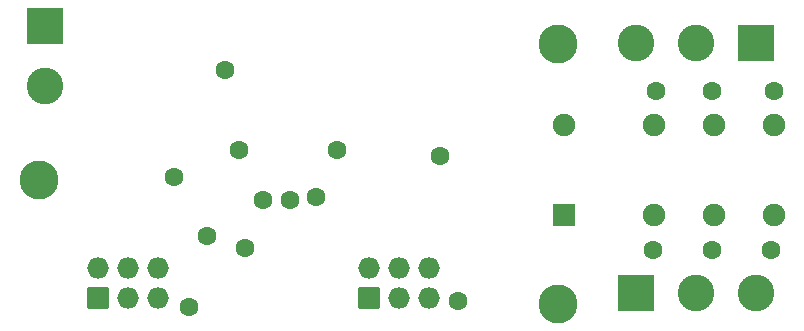
<source format=gbs>
G04 #@! TF.GenerationSoftware,KiCad,Pcbnew,6.0.9-8da3e8f707~116~ubuntu20.04.1*
G04 #@! TF.CreationDate,2023-05-05T17:22:20+00:00*
G04 #@! TF.ProjectId,LEC009002,4c454330-3039-4303-9032-2e6b69636164,rev?*
G04 #@! TF.SameCoordinates,Original*
G04 #@! TF.FileFunction,Soldermask,Bot*
G04 #@! TF.FilePolarity,Negative*
%FSLAX46Y46*%
G04 Gerber Fmt 4.6, Leading zero omitted, Abs format (unit mm)*
G04 Created by KiCad (PCBNEW 6.0.9-8da3e8f707~116~ubuntu20.04.1) date 2023-05-05 17:22:20*
%MOMM*%
%LPD*%
G01*
G04 APERTURE LIST*
G04 Aperture macros list*
%AMRoundRect*
0 Rectangle with rounded corners*
0 $1 Rounding radius*
0 $2 $3 $4 $5 $6 $7 $8 $9 X,Y pos of 4 corners*
0 Add a 4 corners polygon primitive as box body*
4,1,4,$2,$3,$4,$5,$6,$7,$8,$9,$2,$3,0*
0 Add four circle primitives for the rounded corners*
1,1,$1+$1,$2,$3*
1,1,$1+$1,$4,$5*
1,1,$1+$1,$6,$7*
1,1,$1+$1,$8,$9*
0 Add four rect primitives between the rounded corners*
20,1,$1+$1,$2,$3,$4,$5,0*
20,1,$1+$1,$4,$5,$6,$7,0*
20,1,$1+$1,$6,$7,$8,$9,0*
20,1,$1+$1,$8,$9,$2,$3,0*%
G04 Aperture macros list end*
%ADD10C,3.300000*%
%ADD11RoundRect,0.050000X-1.500000X1.500000X-1.500000X-1.500000X1.500000X-1.500000X1.500000X1.500000X0*%
%ADD12C,3.100000*%
%ADD13RoundRect,0.050000X1.500000X1.500000X-1.500000X1.500000X-1.500000X-1.500000X1.500000X-1.500000X0*%
%ADD14C,1.900000*%
%ADD15RoundRect,0.050000X0.900000X-0.900000X0.900000X0.900000X-0.900000X0.900000X-0.900000X-0.900000X0*%
%ADD16RoundRect,0.050000X0.863600X-0.863600X0.863600X0.863600X-0.863600X0.863600X-0.863600X-0.863600X0*%
%ADD17O,1.827200X1.827200*%
%ADD18RoundRect,0.050000X-1.500000X-1.500000X1.500000X-1.500000X1.500000X1.500000X-1.500000X1.500000X0*%
%ADD19C,1.600000*%
G04 APERTURE END LIST*
D10*
G04 #@! TO.C,H1*
X95000000Y-25500000D03*
G04 #@! TD*
G04 #@! TO.C,H2*
X95000000Y-47500000D03*
G04 #@! TD*
G04 #@! TO.C,H3*
X51000000Y-37000000D03*
G04 #@! TD*
D11*
G04 #@! TO.C,J1*
X51500000Y-24000000D03*
D12*
X51500000Y-29080000D03*
G04 #@! TD*
D13*
G04 #@! TO.C,J3*
X111760000Y-25400000D03*
D12*
X106680000Y-25400000D03*
X101600000Y-25400000D03*
G04 #@! TD*
D14*
G04 #@! TO.C,K1*
X95500000Y-32380000D03*
X103120000Y-32380000D03*
X108200000Y-32380000D03*
X113280000Y-32380000D03*
X113280000Y-40000000D03*
X108200000Y-40000000D03*
X103120000Y-40000000D03*
D15*
X95500000Y-40000000D03*
G04 #@! TD*
D16*
G04 #@! TO.C,J6*
X56000000Y-47000000D03*
D17*
X56000000Y-44460000D03*
X58540000Y-47000000D03*
X58540000Y-44460000D03*
X61080000Y-47000000D03*
X61080000Y-44460000D03*
G04 #@! TD*
D16*
G04 #@! TO.C,J5*
X79000000Y-47000000D03*
D17*
X79000000Y-44460000D03*
X81540000Y-47000000D03*
X81540000Y-44460000D03*
X84080000Y-47000000D03*
X84080000Y-44460000D03*
G04 #@! TD*
D18*
G04 #@! TO.C,J4*
X101600000Y-46609000D03*
D12*
X106680000Y-46609000D03*
X111760000Y-46609000D03*
G04 #@! TD*
D19*
G04 #@! TO.C,TP5*
X63750000Y-47750000D03*
G04 #@! TD*
G04 #@! TO.C,TP6*
X108000000Y-29500000D03*
G04 #@! TD*
G04 #@! TO.C,TP7*
X103250000Y-29500000D03*
G04 #@! TD*
G04 #@! TO.C,TP8*
X113250000Y-29500000D03*
G04 #@! TD*
G04 #@! TO.C,TP9*
X108000000Y-43000000D03*
G04 #@! TD*
G04 #@! TO.C,TP10*
X103000000Y-43000000D03*
G04 #@! TD*
G04 #@! TO.C,TP11*
X85000000Y-35000000D03*
G04 #@! TD*
G04 #@! TO.C,TP13*
X113000000Y-43000000D03*
G04 #@! TD*
G04 #@! TO.C,TP14*
X76250000Y-34500000D03*
G04 #@! TD*
G04 #@! TO.C,TP15*
X66750000Y-27750000D03*
G04 #@! TD*
G04 #@! TO.C,TP12*
X62500000Y-36750000D03*
G04 #@! TD*
G04 #@! TO.C,TP1*
X74500000Y-38500000D03*
G04 #@! TD*
G04 #@! TO.C,TP2*
X72250000Y-38750000D03*
G04 #@! TD*
G04 #@! TO.C,TP3*
X86500000Y-47250000D03*
G04 #@! TD*
G04 #@! TO.C,TP4*
X70000000Y-38750000D03*
G04 #@! TD*
G04 #@! TO.C,TP16*
X68500000Y-42750000D03*
G04 #@! TD*
G04 #@! TO.C,TP17*
X65250000Y-41750000D03*
G04 #@! TD*
G04 #@! TO.C,TP18*
X68000000Y-34500000D03*
G04 #@! TD*
M02*

</source>
